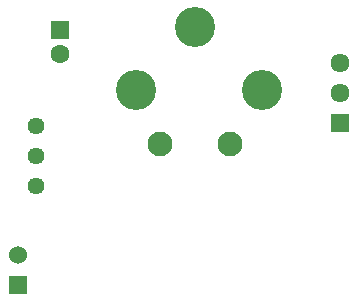
<source format=gbr>
%TF.GenerationSoftware,KiCad,Pcbnew,8.0.5*%
%TF.CreationDate,2025-04-28T09:51:26+02:00*%
%TF.ProjectId,Discharge Controller,44697363-6861-4726-9765-20436f6e7472,rev?*%
%TF.SameCoordinates,Original*%
%TF.FileFunction,Soldermask,Bot*%
%TF.FilePolarity,Negative*%
%FSLAX46Y46*%
G04 Gerber Fmt 4.6, Leading zero omitted, Abs format (unit mm)*
G04 Created by KiCad (PCBNEW 8.0.5) date 2025-04-28 09:51:26*
%MOMM*%
%LPD*%
G01*
G04 APERTURE LIST*
%ADD10C,2.100000*%
%ADD11C,3.400000*%
%ADD12R,1.610000X1.610000*%
%ADD13C,1.610000*%
%ADD14R,1.530000X1.530000*%
%ADD15C,1.530000*%
%ADD16C,1.440000*%
%ADD17R,1.600000X1.600000*%
%ADD18C,1.600000*%
G04 APERTURE END LIST*
D10*
%TO.C,K2*%
X173719500Y-65006500D03*
D11*
X176419500Y-60506500D03*
X170719500Y-55106500D03*
X165719500Y-60506500D03*
D10*
X167719500Y-65006500D03*
%TD*%
D12*
%TO.C,J1*%
X183000000Y-63246000D03*
D13*
X183000000Y-60706000D03*
X183000000Y-58166000D03*
%TD*%
D14*
%TO.C,J3*%
X155702000Y-76962000D03*
D15*
X155702000Y-74422000D03*
%TD*%
D16*
%TO.C,U1*%
X157226000Y-68580000D03*
X157226000Y-66040000D03*
X157226000Y-63500000D03*
%TD*%
D17*
%TO.C,C1*%
X159258000Y-55432888D03*
D18*
X159258000Y-57432888D03*
%TD*%
M02*

</source>
